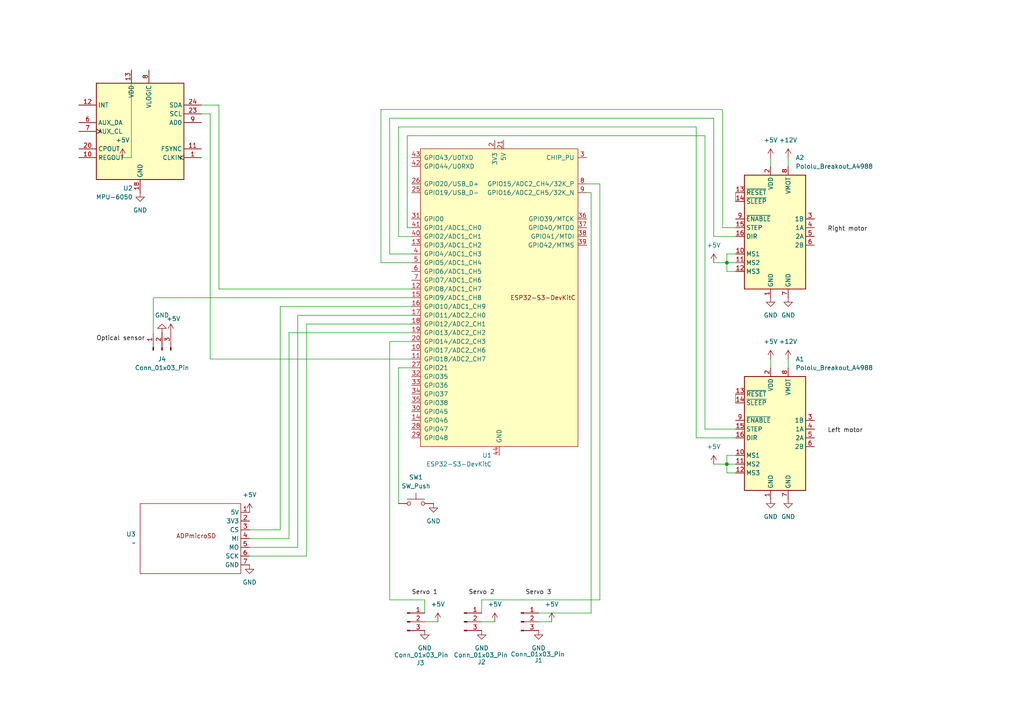
<source format=kicad_sch>
(kicad_sch (version 20250114) (generator "eeschema") (generator_version "9.0")
  (paper "A4")
  (lib_symbols
    (symbol "Connector:Conn_01x03_Pin" (pin_names (offset 1.016) (hide yes))
      (property "Reference" "J" (at 0 5.08 0))
      (property "Value" "Conn_01x03_Pin" (at 0 -5.08 0))
      (symbol "Conn_01x03_Pin_1_1"
        (rectangle (start 0.8636 2.667) (end 0 2.413) (stroke (width 0.1524)) (fill (type outline)))
        (rectangle (start 0.8636 0.127) (end 0 -0.127) (stroke (width 0.1524)) (fill (type outline)))
        (rectangle (start 0.8636 -2.413) (end 0 -2.667) (stroke (width 0.1524)) (fill (type outline)))
        (polyline (pts (xy 1.27 2.54) (xy 0.8636 2.54)) (stroke (width 0.1524)))
        (polyline (pts (xy 1.27 0) (xy 0.8636 0)) (stroke (width 0.1524)))
        (polyline (pts (xy 1.27 -2.54) (xy 0.8636 -2.54)) (stroke (width 0.1524)))
        (pin passive line (at 5.08 2.54 180) (length 3.81) (name "Pin_1") (number "1"))
        (pin passive line (at 5.08 0 180) (length 3.81) (name "Pin_2") (number "2"))
        (pin passive line (at 5.08 -2.54 180) (length 3.81) (name "Pin_3") (number "3"))
      )
    )
    (symbol "Custom_Library:ADPmicroSD"
      (property "Reference" "U" (at 30.734 -7.874 0))
      (symbol "ADPmicroSD_1_1"
        (rectangle (start 2.54 11.43) (end 31.75 -8.89))
        (text "ADPmicroSD" (at 15.494 2.032 0) (effects (font (size 1.27 1.27))))
        (pin power_in line (at 0 8.89 0) (length 2.54) (name "5V") (number "1"))
        (pin power_in line (at 0 6.35 0) (length 2.54) (name "3V3") (number "2"))
        (pin input line (at 0 3.81 0) (length 2.54) (name "CS") (number "3"))
        (pin input line (at 0 1.27 0) (length 2.54) (name "MI") (number "4"))
        (pin output line (at 0 -1.27 0) (length 2.54) (name "MO") (number "5"))
        (pin input line (at 0 -3.81 0) (length 2.54) (name "SCK") (number "6"))
        (pin power_in line (at 0 -6.35 0) (length 2.54) (name "GND") (number "7"))
      )
    )
    (symbol "Driver_Motor:Pololu_Breakout_A4988"
      (property "Reference" "A" (at -2.54 19.05 0))
      (property "Value" "Pololu_Breakout_A4988" (at -2.54 16.51 0))
      (symbol "Pololu_Breakout_A4988_0_1"
        (rectangle (start 10.16 -17.78) (end -7.62 15.24) (stroke (width 0.254)) (fill (type background)))
      )
      (symbol "Pololu_Breakout_A4988_1_1"
        (pin input line (at -10.16 10.16 0) (length 2.54) (name "~{RESET}") (number "13"))
        (pin input line (at -10.16 7.62 0) (length 2.54) (name "~{SLEEP}") (number "14"))
        (pin input line (at -10.16 2.54 0) (length 2.54) (name "~{ENABLE}") (number "9"))
        (pin input line (at -10.16 0 0) (length 2.54) (name "STEP") (number "15"))
        (pin input line (at -10.16 -2.54 0) (length 2.54) (name "DIR") (number "16"))
        (pin input line (at -10.16 -7.62 0) (length 2.54) (name "MS1") (number "10"))
        (pin input line (at -10.16 -10.16 0) (length 2.54) (name "MS2") (number "11"))
        (pin input line (at -10.16 -12.7 0) (length 2.54) (name "MS3") (number "12"))
        (pin power_in line (at 0 17.78 270) (length 2.54) (name "VDD") (number "2"))
        (pin power_in line (at 0 -20.32 90) (length 2.54) (name "GND") (number "1"))
        (pin power_in line (at 5.08 17.78 270) (length 2.54) (name "VMOT") (number "8"))
        (pin power_in line (at 5.08 -20.32 90) (length 2.54) (name "GND") (number "7"))
        (pin output line (at 12.7 2.54 180) (length 2.54) (name "1B") (number "3"))
        (pin output line (at 12.7 0 180) (length 2.54) (name "1A") (number "4"))
        (pin output line (at 12.7 -2.54 180) (length 2.54) (name "2A") (number "5"))
        (pin output line (at 12.7 -5.08 180) (length 2.54) (name "2B") (number "6"))
      )
    )
    (symbol "PCM_Espressif:ESP32-S3-DevKitC" (pin_names (offset 1.016))
      (property "Reference" "U" (at -22.86 48.26 0))
      (property "Value" "ESP32-S3-DevKitC" (at -22.86 45.72 0))
      (symbol "ESP32-S3-DevKitC_0_0"
        (text "ESP32-S3-DevKitC" (at -12.7 0 0) (effects (font (size 1.27 1.27))))
        (pin bidirectional line (at -25.4 15.24 0) (length 2.54) (name "GPIO42/MTMS") (number "39"))
        (pin power_in line (at 0 -45.72 90) (length 2.54) (name "GND") (number "44"))
        (pin bidirectional line (at 25.4 40.64 180) (length 2.54) (name "GPIO43/U0TXD") (number "43"))
        (pin bidirectional line (at 25.4 38.1 180) (length 2.54) (name "GPIO44/U0RXD") (number "42"))
        (pin bidirectional line (at 25.4 20.32 180) (length 2.54) (name "GPIO1/ADC1_CH0") (number "41"))
        (pin bidirectional line (at 25.4 17.78 180) (length 2.54) (name "GPIO2/ADC1_CH1") (number "40"))
        (pin bidirectional line (at 25.4 -10.16 180) (length 2.54) (name "GPIO13/ADC2_CH2") (number "19"))
        (pin bidirectional line (at 25.4 -35.56 180) (length 2.54) (name "GPIO46") (number "14"))
      )
      (symbol "ESP32-S3-DevKitC_0_1"
        (rectangle (start -22.86 43.18) (end 22.86 -43.18) (fill (type background)))
        (pin power_in line (at 1.27 45.72 270) (length 2.54) (name "3V3") (number "2"))
      )
      (symbol "ESP32-S3-DevKitC_1_1"
        (pin input line (at -25.4 40.64 0) (length 2.54) (name "CHIP_PU") (number "3"))
        (pin bidirectional line (at -25.4 33.02 0) (length 2.54) (name "GPIO15/ADC2_CH4/32K_P") (number "8"))
        (pin bidirectional line (at -25.4 30.48 0) (length 2.54) (name "GPIO16/ADC2_CH5/32K_N") (number "9"))
        (pin bidirectional line (at -25.4 22.86 0) (length 2.54) (name "GPIO39/MTCK") (number "36"))
        (pin bidirectional line (at -25.4 20.32 0) (length 2.54) (name "GPIO40/MTDO") (number "37"))
        (pin bidirectional line (at -25.4 17.78 0) (length 2.54) (name "GPIO41/MTDI") (number "38"))
        (pin power_in line (at -1.27 45.72 270) (length 2.54) (name "5V") (number "21"))
        (pin passive line (at 0 -45.72 90) (length 2.54) (hide yes) (name "GND") (number "22"))
        (pin passive line (at 0 -45.72 90) (length 2.54) (hide yes) (name "GND") (number "23"))
        (pin passive line (at 0 -45.72 90) (length 2.54) (hide yes) (name "GND") (number "24"))
        (pin passive line (at 1.27 45.72 270) (length 2.54) (hide yes) (name "3V3") (number "1"))
        (pin bidirectional line (at 25.4 33.02 180) (length 2.54) (name "GPIO20/USB_D+") (number "26"))
        (pin bidirectional line (at 25.4 30.48 180) (length 2.54) (name "GPIO19/USB_D-") (number "25"))
        (pin bidirectional line (at 25.4 22.86 180) (length 2.54) (name "GPIO0") (number "31"))
        (pin bidirectional line (at 25.4 15.24 180) (length 2.54) (name "GPIO3/ADC1_CH2") (number "13"))
        (pin bidirectional line (at 25.4 12.7 180) (length 2.54) (name "GPIO4/ADC1_CH3") (number "4"))
        (pin bidirectional line (at 25.4 10.16 180) (length 2.54) (name "GPIO5/ADC1_CH4") (number "5"))
        (pin bidirectional line (at 25.4 7.62 180) (length 2.54) (name "GPIO6/ADC1_CH5") (number "6"))
        (pin bidirectional line (at 25.4 5.08 180) (length 2.54) (name "GPIO7/ADC1_CH6") (number "7"))
        (pin bidirectional line (at 25.4 2.54 180) (length 2.54) (name "GPIO8/ADC1_CH7") (number "12"))
        (pin bidirectional line (at 25.4 0 180) (length 2.54) (name "GPIO9/ADC1_CH8") (number "15"))
        (pin bidirectional line (at 25.4 -2.54 180) (length 2.54) (name "GPIO10/ADC1_CH9") (number "16"))
        (pin bidirectional line (at 25.4 -5.08 180) (length 2.54) (name "GPIO11/ADC2_CH0") (number "17"))
        (pin bidirectional line (at 25.4 -7.62 180) (length 2.54) (name "GPIO12/ADC2_CH1") (number "18"))
        (pin bidirectional line (at 25.4 -12.7 180) (length 2.54) (name "GPIO14/ADC2_CH3") (number "20"))
        (pin bidirectional line (at 25.4 -15.24 180) (length 2.54) (name "GPIO17/ADC2_CH6") (number "10"))
        (pin bidirectional line (at 25.4 -17.78 180) (length 2.54) (name "GPIO18/ADC2_CH7") (number "11"))
        (pin bidirectional line (at 25.4 -20.32 180) (length 2.54) (name "GPIO21") (number "27"))
        (pin bidirectional line (at 25.4 -22.86 180) (length 2.54) (name "GPIO35") (number "32"))
        (pin bidirectional line (at 25.4 -25.4 180) (length 2.54) (name "GPIO36") (number "33"))
        (pin bidirectional line (at 25.4 -27.94 180) (length 2.54) (name "GPIO37") (number "34"))
        (pin bidirectional line (at 25.4 -30.48 180) (length 2.54) (name "GPIO38") (number "35"))
        (pin bidirectional line (at 25.4 -33.02 180) (length 2.54) (name "GPIO45") (number "30"))
        (pin bidirectional line (at 25.4 -38.1 180) (length 2.54) (name "GPIO47") (number "28"))
        (pin bidirectional line (at 25.4 -40.64 180) (length 2.54) (name "GPIO48") (number "29"))
      )
    )
    (symbol "Sensor_Motion:MPU-6050"
      (property "Reference" "U" (at -11.43 13.97 0))
      (property "Value" "MPU-6050" (at 7.62 -15.24 0))
      (symbol "MPU-6050_0_1"
        (rectangle (start -12.7 13.97) (end 12.7 -13.97) (stroke (width 0.254)) (fill (type background)))
      )
      (symbol "MPU-6050_1_1"
        (pin bidirectional line (at -17.78 7.62 0) (length 5.08) (name "SDA") (number "24"))
        (pin input line (at -17.78 5.08 0) (length 5.08) (name "SCL") (number "23"))
        (pin input line (at -17.78 2.54 0) (length 5.08) (name "AD0") (number "9"))
        (pin input line (at -17.78 -5.08 0) (length 5.08) (name "FSYNC") (number "11"))
        (pin input clock (at -17.78 -7.62 0) (length 5.08) (name "CLKIN") (number "1"))
        (pin no_connect line (at -12.7 12.7 0) (length 2.54) (hide yes) (name "NC") (number "2"))
        (pin no_connect line (at -12.7 10.16 0) (length 2.54) (hide yes) (name "NC") (number "3"))
        (pin no_connect line (at -12.7 0 0) (length 2.54) (hide yes) (name "NC") (number "4"))
        (pin no_connect line (at -12.7 -2.54 0) (length 2.54) (hide yes) (name "NC") (number "5"))
        (pin no_connect line (at -12.7 -10.16 0) (length 2.54) (hide yes) (name "NC") (number "14"))
        (pin power_in line (at -2.54 17.78 270) (length 3.81) (name "VLOGIC") (number "8"))
        (pin power_in line (at 0 -17.78 90) (length 3.81) (name "GND") (number "18"))
        (pin power_in line (at 2.54 17.78 270) (length 3.81) (name "VDD") (number "13"))
        (pin no_connect line (at 12.7 12.7 180) (length 2.54) (hide yes) (name "NC") (number "15"))
        (pin no_connect line (at 12.7 10.16 180) (length 2.54) (hide yes) (name "NC") (number "16"))
        (pin no_connect line (at 12.7 5.08 180) (length 2.54) (hide yes) (name "NC") (number "17"))
        (pin no_connect line (at 12.7 -2.54 180) (length 2.54) (hide yes) (name "RESV") (number "21"))
        (pin no_connect line (at 12.7 -10.16 180) (length 2.54) (hide yes) (name "RESV") (number "19"))
        (pin no_connect line (at 12.7 -12.7 180) (length 2.54) (hide yes) (name "RESV") (number "22"))
        (pin output line (at 17.78 7.62 180) (length 5.08) (name "INT") (number "12"))
        (pin bidirectional line (at 17.78 2.54 180) (length 5.08) (name "AUX_DA") (number "6"))
        (pin output clock (at 17.78 0 180) (length 5.08) (name "AUX_CL") (number "7"))
        (pin passive line (at 17.78 -5.08 180) (length 5.08) (name "CPOUT") (number "20"))
        (pin passive line (at 17.78 -7.62 180) (length 5.08) (name "REGOUT") (number "10"))
      )
    )
    (symbol "Switch:SW_Push" (pin_numbers (hide yes)) (pin_names (offset 1.016) (hide yes))
      (property "Reference" "SW" (at 1.27 2.54 0))
      (property "Value" "SW_Push" (at 0 -1.524 0))
      (symbol "SW_Push_0_1"
        (circle (center -2.032 0) (radius 0.508))
        (polyline (pts (xy 0 1.27) (xy 0 3.048)))
        (circle (center 2.032 0) (radius 0.508))
        (polyline (pts (xy 2.54 1.27) (xy -2.54 1.27)))
        (pin passive line (at -5.08 0 0) (length 2.54) (name "1") (number "1"))
        (pin passive line (at 5.08 0 180) (length 2.54) (name "2") (number "2"))
      )
    )
    (symbol "power:+12V" (power) (pin_numbers (hide yes)) (pin_names (offset 0) (hide yes))
      (property "Value" "+12V" (at 0 3.556 0))
      (symbol "+12V_0_1"
        (polyline (pts (xy -0.762 1.27) (xy 0 2.54)))
        (polyline (pts (xy 0 2.54) (xy 0.762 1.27)))
        (polyline (pts (xy 0 0) (xy 0 2.54)))
      )
      (symbol "+12V_1_1"
        (pin power_in line (at 0 0 90) (length 0) (name "~") (number "1"))
      )
    )
    (symbol "power:+5V" (power) (pin_numbers (hide yes)) (pin_names (offset 0) (hide yes))
      (property "Value" "+5V" (at 0 3.556 0))
      (symbol "+5V_0_1"
        (polyline (pts (xy -0.762 1.27) (xy 0 2.54)))
        (polyline (pts (xy 0 2.54) (xy 0.762 1.27)))
        (polyline (pts (xy 0 0) (xy 0 2.54)))
      )
      (symbol "+5V_1_1"
        (pin power_in line (at 0 0 90) (length 0) (name "~") (number "1"))
      )
    )
    (symbol "power:GND" (power) (pin_numbers (hide yes)) (pin_names (offset 0) (hide yes))
      (property "Value" "GND" (at 0 -3.81 0))
      (symbol "GND_0_1"
        (polyline (pts (xy 0 0) (xy 0 -1.27) (xy 1.27 -1.27) (xy 0 -2.54) (xy -1.27 -1.27) (xy 0 -1.27)))
      )
      (symbol "GND_1_1"
        (pin power_in line (at 0 0 270) (length 0) (name "~") (number "1"))
      )
    )
  )
  (junction (at 210.82 76.2))
  (junction (at 210.82 134.62))
  (wire (pts (xy 210.82 76.2) (xy 210.82 78.74)))
  (wire (pts (xy 44.45 96.52) (xy 44.45 86.36)))
  (wire (pts (xy 213.36 127) (xy 201.93 127)))
  (wire (pts (xy 38.1 45.72) (xy 35.56 45.72)))
  (wire (pts (xy 228.6 104.14) (xy 228.6 106.68)))
  (wire (pts (xy 81.28 88.9) (xy 81.28 153.67)))
  (wire (pts (xy 209.55 66.04) (xy 209.55 31.75)))
  (wire (pts (xy 115.57 68.58) (xy 115.57 36.83)))
  (wire (pts (xy 113.03 73.66) (xy 119.38 73.66)))
  (wire (pts (xy 72.39 156.21) (xy 83.82 156.21)))
  (wire (pts (xy 63.5 30.48) (xy 58.42 30.48)))
  (wire (pts (xy 171.45 177.8) (xy 156.21 177.8)))
  (wire (pts (xy 83.82 96.52) (xy 119.38 96.52)))
  (wire (pts (xy 60.96 104.14) (xy 60.96 33.02)))
  (wire (pts (xy 119.38 93.98) (xy 88.9 93.98)))
  (wire (pts (xy 139.7 173.99) (xy 139.7 177.8)))
  (wire (pts (xy 86.36 91.44) (xy 86.36 158.75)))
  (wire (pts (xy 213.36 114.3) (xy 213.36 116.84)))
  (wire (pts (xy 156.21 180.34) (xy 160.02 180.34)))
  (wire (pts (xy 115.57 68.58) (xy 119.38 68.58)))
  (wire (pts (xy 88.9 93.98) (xy 88.9 161.29)))
  (wire (pts (xy 173.99 53.34) (xy 173.99 173.99)))
  (wire (pts (xy 118.11 39.37) (xy 118.11 66.04)))
  (wire (pts (xy 204.47 124.46) (xy 213.36 124.46)))
  (wire (pts (xy 123.19 173.99) (xy 123.19 177.8)))
  (wire (pts (xy 207.01 134.62) (xy 210.82 134.62)))
  (wire (pts (xy 113.03 34.29) (xy 113.03 73.66)))
  (wire (pts (xy 110.49 31.75) (xy 209.55 31.75)))
  (wire (pts (xy 210.82 134.62) (xy 213.36 134.62)))
  (wire (pts (xy 204.47 39.37) (xy 204.47 124.46)))
  (wire (pts (xy 88.9 161.29) (xy 72.39 161.29)))
  (wire (pts (xy 210.82 132.08) (xy 210.82 134.62)))
  (wire (pts (xy 210.82 73.66) (xy 210.82 76.2)))
  (wire (pts (xy 113.03 173.99) (xy 113.03 99.06)))
  (wire (pts (xy 210.82 76.2) (xy 213.36 76.2)))
  (wire (pts (xy 213.36 73.66) (xy 210.82 73.66)))
  (wire (pts (xy 118.11 39.37) (xy 204.47 39.37)))
  (wire (pts (xy 201.93 127) (xy 201.93 36.83)))
  (wire (pts (xy 113.03 173.99) (xy 123.19 173.99)))
  (wire (pts (xy 115.57 106.68) (xy 119.38 106.68)))
  (wire (pts (xy 113.03 34.29) (xy 207.01 34.29)))
  (wire (pts (xy 209.55 66.04) (xy 213.36 66.04)))
  (wire (pts (xy 119.38 99.06) (xy 113.03 99.06)))
  (wire (pts (xy 173.99 53.34) (xy 170.18 53.34)))
  (wire (pts (xy 86.36 158.75) (xy 72.39 158.75)))
  (wire (pts (xy 123.19 180.34) (xy 127 180.34)))
  (wire (pts (xy 171.45 177.8) (xy 171.45 55.88)))
  (wire (pts (xy 119.38 83.82) (xy 63.5 83.82)))
  (wire (pts (xy 213.36 55.88) (xy 213.36 58.42)))
  (wire (pts (xy 38.1 20.32) (xy 38.1 45.72)))
  (wire (pts (xy 223.52 45.72) (xy 223.52 48.26)))
  (wire (pts (xy 81.28 153.67) (xy 72.39 153.67)))
  (wire (pts (xy 110.49 76.2) (xy 119.38 76.2)))
  (wire (pts (xy 115.57 36.83) (xy 201.93 36.83)))
  (wire (pts (xy 60.96 33.02) (xy 58.42 33.02)))
  (wire (pts (xy 119.38 91.44) (xy 86.36 91.44)))
  (wire (pts (xy 207.01 68.58) (xy 213.36 68.58)))
  (wire (pts (xy 119.38 88.9) (xy 81.28 88.9)))
  (wire (pts (xy 83.82 156.21) (xy 83.82 96.52)))
  (wire (pts (xy 171.45 55.88) (xy 170.18 55.88)))
  (wire (pts (xy 207.01 34.29) (xy 207.01 68.58)))
  (wire (pts (xy 213.36 78.74) (xy 210.82 78.74)))
  (wire (pts (xy 63.5 83.82) (xy 63.5 30.48)))
  (wire (pts (xy 207.01 76.2) (xy 210.82 76.2)))
  (wire (pts (xy 115.57 106.68) (xy 115.57 146.05)))
  (wire (pts (xy 228.6 45.72) (xy 228.6 48.26)))
  (wire (pts (xy 44.45 86.36) (xy 119.38 86.36)))
  (wire (pts (xy 213.36 137.16) (xy 210.82 137.16)))
  (wire (pts (xy 139.7 180.34) (xy 143.51 180.34)))
  (wire (pts (xy 173.99 173.99) (xy 139.7 173.99)))
  (wire (pts (xy 118.11 66.04) (xy 119.38 66.04)))
  (wire (pts (xy 210.82 134.62) (xy 210.82 137.16)))
  (wire (pts (xy 119.38 104.14) (xy 60.96 104.14)))
  (wire (pts (xy 110.49 31.75) (xy 110.49 76.2)))
  (wire (pts (xy 223.52 104.14) (xy 223.52 106.68)))
  (wire (pts (xy 213.36 132.08) (xy 210.82 132.08)))
  (label "Right motor" (at 240.03 67.31 0))
  (label "Servo 3" (at 152.4 172.72 0))
  (label "Left motor" (at 240.03 125.73 0))
  (label "Servo 2" (at 135.89 172.72 0))
  (label "Optical sensor" (at 27.94 99.06 0))
  (label "Servo 1" (at 119.38 172.72 0))
  (symbol (lib_id "power:GND") (at 223.52 144.78 0) (unit 1)
    (property "Reference" "#PWR04" (effects (hide yes)))
    (property "Value" "GND" (at 223.52 149.86 0))
    (property "Description" "Power symbol creates a global label with name \"GND\" , ground" (effects (hide yes)))
  )
  (symbol (lib_id "power:GND") (at 228.6 144.78 0) (unit 1)
    (property "Reference" "#PWR05" (effects (hide yes)))
    (property "Value" "GND" (at 228.6 149.86 0))
    (property "Description" "Power symbol creates a global label with name \"GND\" , ground" (effects (hide yes)))
  )
  (symbol (lib_id "power:+5V") (at 160.02 180.34 0) (unit 1)
    (property "Reference" "#PWR025" (effects (hide yes)))
    (property "Value" "+5V" (at 160.02 175.26 0))
    (property "Description" "Power symbol creates a global label with name \"+5V\"" (effects (hide yes)))
  )
  (symbol (lib_id "Connector:Conn_01x03_Pin") (at 151.13 180.34 0) (unit 1)
    (property "Reference" "J1" (at 156.21 191.516 0))
    (property "Value" "Conn_01x03_Pin" (at 155.956 189.738 0))
    (property "Description" "Generic connector, single row, 01x03, script generated" (effects (hide yes)))
  )
  (symbol (lib_id "power:GND") (at 228.6 86.36 0) (unit 1)
    (property "Reference" "#PWR07" (effects (hide yes)))
    (property "Value" "GND" (at 228.6 91.44 0))
    (property "Description" "Power symbol creates a global label with name \"GND\" , ground" (effects (hide yes)))
  )
  (symbol (lib_id "power:+5V") (at 35.56 45.72 0) (unit 1)
    (property "Reference" "#PWR011" (effects (hide yes)))
    (property "Value" "+5V" (at 35.56 40.64 0))
    (property "Description" "Power symbol creates a global label with name \"+5V\"" (effects (hide yes)))
  )
  (symbol (lib_id "Connector:Conn_01x03_Pin") (at 134.62 180.34 0) (unit 1)
    (property "Reference" "J2" (at 139.7 192.024 0))
    (property "Value" "Conn_01x03_Pin" (at 139.446 189.992 0))
    (property "Description" "Generic connector, single row, 01x03, script generated" (effects (hide yes)))
  )
  (symbol (lib_id "Connector:Conn_01x03_Pin") (at 118.11 180.34 0) (unit 1)
    (property "Reference" "J3" (at 121.92 192.278 0))
    (property "Value" "Conn_01x03_Pin" (at 122.174 189.992 0))
    (property "Description" "Generic connector, single row, 01x03, script generated" (effects (hide yes)))
  )
  (symbol (lib_id "power:+5V") (at 143.51 180.34 0) (unit 1)
    (property "Reference" "#PWR024" (effects (hide yes)))
    (property "Value" "+5V" (at 143.51 175.26 0))
    (property "Description" "Power symbol creates a global label with name \"+5V\"" (effects (hide yes)))
  )
  (symbol (lib_id "Sensor_Motion:MPU-6050") (at 40.64 38.1 0) (mirror y) (unit 1)
    (property "Reference" "U2" (at 38.4967 54.61 0) (effects (justify left)))
    (property "Value" "MPU-6050" (at 38.4967 57.15 0) (effects (justify left)))
    (property "Footprint" "Sensor_Motion:InvenSense_QFN-24_4x4mm_P0.5mm" (effects (hide yes)))
    (property "Datasheet" "https://invensense.tdk.com/wp-content/uploads/2015/02/MPU-6000-Datasheet1.pdf" (effects (hide yes)))
    (property "Description" "InvenSense 6-Axis Motion Sensor, Gyroscope, Accelerometer, I2C" (effects (hide yes)))
  )
  (symbol (lib_id "power:+5V") (at 72.39 148.59 0) (unit 1)
    (property "Reference" "#PWR013" (effects (hide yes)))
    (property "Value" "+5V" (at 72.39 143.51 0))
    (property "Description" "Power symbol creates a global label with name \"+5V\"" (effects (hide yes)))
  )
  (symbol (lib_id "power:GND") (at 46.99 96.52 0) (mirror x) (unit 1)
    (property "Reference" "#PWR021" (effects (hide yes)))
    (property "Value" "GND" (at 46.99 91.44 0))
    (property "Description" "Power symbol creates a global label with name \"GND\" , ground" (effects (hide yes)))
  )
  (symbol (lib_id "Switch:SW_Push") (at 120.65 146.05 0) (unit 1)
    (property "Reference" "SW1" (at 120.65 138.43 0))
    (property "Value" "SW_Push" (at 120.65 140.97 0))
    (property "Description" "Push button switch, generic, two pins" (effects (hide yes)))
  )
  (symbol (lib_id "power:GND") (at 139.7 182.88 0) (unit 1)
    (property "Reference" "#PWR019" (effects (hide yes)))
    (property "Value" "GND" (at 139.7 187.96 0))
    (property "Description" "Power symbol creates a global label with name \"GND\" , ground" (effects (hide yes)))
  )
  (symbol (lib_id "power:GND") (at 125.73 146.05 0) (unit 1)
    (property "Reference" "#PWR017" (effects (hide yes)))
    (property "Value" "GND" (at 125.73 151.13 0))
    (property "Description" "Power symbol creates a global label with name \"GND\" , ground" (effects (hide yes)))
  )
  (symbol (lib_id "power:GND") (at 123.19 182.88 0) (unit 1)
    (property "Reference" "#PWR020" (effects (hide yes)))
    (property "Value" "GND" (at 123.19 187.96 0))
    (property "Description" "Power symbol creates a global label with name \"GND\" , ground" (effects (hide yes)))
  )
  (symbol (lib_id "power:+12V") (at 228.6 45.72 0) (unit 1)
    (property "Reference" "#PWR09" (effects (hide yes)))
    (property "Value" "+12V" (at 228.6 40.64 0))
    (property "Description" "Power symbol creates a global label with name \"+12V\"" (effects (hide yes)))
  )
  (symbol (lib_id "Driver_Motor:Pololu_Breakout_A4988") (at 223.52 66.04 0) (unit 1)
    (property "Reference" "A2" (at 230.7433 45.72 0) (effects (justify left)))
    (property "Value" "Pololu_Breakout_A4988" (at 230.7433 48.26 0) (effects (justify left)))
    (property "Footprint" "Module:Pololu_Breakout-16_15.2x20.3mm" (effects (hide yes)))
    (property "Datasheet" "https://www.pololu.com/product/2980/pictures" (effects (hide yes)))
    (property "Description" "Pololu Breakout Board, Stepper Driver A4988" (effects (hide yes)))
  )
  (symbol (lib_id "power:GND") (at 156.21 182.88 0) (unit 1)
    (property "Reference" "#PWR018" (effects (hide yes)))
    (property "Value" "GND" (at 156.21 187.96 0))
    (property "Description" "Power symbol creates a global label with name \"GND\" , ground" (effects (hide yes)))
  )
  (symbol (lib_id "PCM_Espressif:ESP32-S3-DevKitC") (at 144.78 86.36 0) (mirror y) (unit 1)
    (property "Reference" "U1" (at 142.6367 132.08 0) (effects (justify left)))
    (property "Value" "ESP32-S3-DevKitC" (at 142.6367 134.62 0) (effects (justify left)))
    (property "Footprint" "PCM_Espressif:ESP32-S3-DevKitC" (effects (hide yes)))
    (property "Description" "ESP32-S3-DevKitC" (effects (hide yes)))
  )
  (symbol (lib_id "Custom_Library:ADPmicroSD") (at 72.39 157.48 0) (mirror y) (unit 1)
    (property "Reference" "U3" (at 39.37 154.9399 0) (effects (justify left)))
    (property "Value" "~" (at 39.37 157.4799 0) (effects (justify left)))
  )
  (symbol (lib_id "Driver_Motor:Pololu_Breakout_A4988") (at 223.52 124.46 0) (unit 1)
    (property "Reference" "A1" (at 230.7433 104.14 0) (effects (justify left)))
    (property "Value" "Pololu_Breakout_A4988" (at 230.7433 106.68 0) (effects (justify left)))
    (property "Footprint" "Module:Pololu_Breakout-16_15.2x20.3mm" (effects (hide yes)))
    (property "Datasheet" "https://www.pololu.com/product/2980/pictures" (effects (hide yes)))
    (property "Description" "Pololu Breakout Board, Stepper Driver A4988" (effects (hide yes)))
  )
  (symbol (lib_id "power:+12V") (at 228.6 104.14 0) (unit 1)
    (property "Reference" "#PWR03" (effects (hide yes)))
    (property "Value" "+12V" (at 228.6 99.06 0))
    (property "Description" "Power symbol creates a global label with name \"+12V\"" (effects (hide yes)))
  )
  (symbol (lib_id "power:+5V") (at 127 180.34 0) (unit 1)
    (property "Reference" "#PWR023" (effects (hide yes)))
    (property "Value" "+5V" (at 127 175.26 0))
    (property "Description" "Power symbol creates a global label with name \"+5V\"" (effects (hide yes)))
  )
  (symbol (lib_id "power:+5V") (at 223.52 104.14 0) (unit 1)
    (property "Reference" "#PWR02" (effects (hide yes)))
    (property "Value" "+5V" (at 223.52 99.06 0))
    (property "Description" "Power symbol creates a global label with name \"+5V\"" (effects (hide yes)))
  )
  (symbol (lib_id "power:+5V") (at 223.52 45.72 0) (unit 1)
    (property "Reference" "#PWR08" (effects (hide yes)))
    (property "Value" "+5V" (at 223.52 40.64 0))
    (property "Description" "Power symbol creates a global label with name \"+5V\"" (effects (hide yes)))
  )
  (symbol (lib_id "power:GND") (at 223.52 86.36 0) (unit 1)
    (property "Reference" "#PWR06" (effects (hide yes)))
    (property "Value" "GND" (at 223.52 91.44 0))
    (property "Description" "Power symbol creates a global label with name \"GND\" , ground" (effects (hide yes)))
  )
  (symbol (lib_id "power:GND") (at 72.39 163.83 0) (unit 1)
    (property "Reference" "#PWR014" (effects (hide yes)))
    (property "Value" "GND" (at 72.39 168.91 0))
    (property "Description" "Power symbol creates a global label with name \"GND\" , ground" (effects (hide yes)))
  )
  (symbol (lib_id "power:GND") (at 40.64 55.88 0) (unit 1)
    (property "Reference" "#PWR012" (effects (hide yes)))
    (property "Value" "GND" (at 40.64 60.96 0))
    (property "Description" "Power symbol creates a global label with name \"GND\" , ground" (effects (hide yes)))
  )
  (symbol (lib_id "Connector:Conn_01x03_Pin") (at 46.99 101.6 90) (unit 1)
    (property "Reference" "J4" (at 46.99 104.14 90))
    (property "Value" "Conn_01x03_Pin" (at 46.99 106.68 90))
    (property "Description" "Generic connector, single row, 01x03, script generated" (effects (hide yes)))
  )
  (symbol (lib_id "power:+5V") (at 207.01 76.2 0) (unit 1)
    (property "Reference" "#PWR010" (effects (hide yes)))
    (property "Value" "+5V" (at 207.01 71.12 0))
    (property "Description" "Power symbol creates a global label with name \"+5V\"" (effects (hide yes)))
  )
  (symbol (lib_id "power:+5V") (at 207.01 134.62 0) (unit 1)
    (property "Reference" "#PWR01" (effects (hide yes)))
    (property "Value" "+5V" (at 207.01 129.54 0))
    (property "Description" "Power symbol creates a global label with name \"+5V\"" (effects (hide yes)))
  )
  (symbol (lib_id "power:+5V") (at 49.53 96.52 0) (unit 1)
    (property "Reference" "#PWR022" (effects (hide yes)))
    (property "Value" "+5V" (at 50.292 92.456 0))
    (property "Description" "Power symbol creates a global label with name \"+5V\"" (effects (hide yes)))
  )
)
</source>
